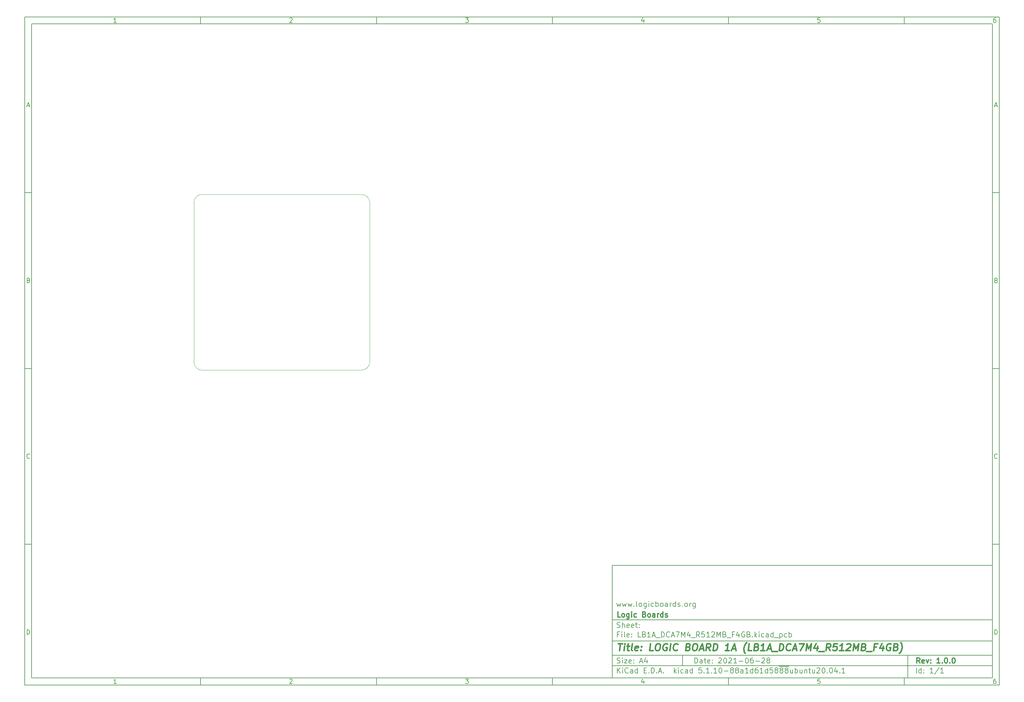
<source format=gbr>
%TF.GenerationSoftware,KiCad,Pcbnew,5.1.10-88a1d61d58~88~ubuntu20.04.1*%
%TF.CreationDate,2021-06-28T11:18:36+05:30*%
%TF.ProjectId,LB1A_DCA7M4_R512MB_F4GB,4c423141-5f44-4434-9137-4d345f523531,1.0.0*%
%TF.SameCoordinates,Original*%
%TF.FileFunction,Profile,NP*%
%FSLAX46Y46*%
G04 Gerber Fmt 4.6, Leading zero omitted, Abs format (unit mm)*
G04 Created by KiCad (PCBNEW 5.1.10-88a1d61d58~88~ubuntu20.04.1) date 2021-06-28 11:18:36*
%MOMM*%
%LPD*%
G01*
G04 APERTURE LIST*
%ADD10C,0.100000*%
%ADD11C,0.150000*%
%ADD12C,0.300000*%
%ADD13C,0.400000*%
%TA.AperFunction,Profile*%
%ADD14C,0.050000*%
%TD*%
G04 APERTURE END LIST*
D10*
D11*
X177002200Y-166007200D02*
X177002200Y-198007200D01*
X285002200Y-198007200D01*
X285002200Y-166007200D01*
X177002200Y-166007200D01*
D10*
D11*
X10000000Y-10000000D02*
X10000000Y-200007200D01*
X287002200Y-200007200D01*
X287002200Y-10000000D01*
X10000000Y-10000000D01*
D10*
D11*
X12000000Y-12000000D02*
X12000000Y-198007200D01*
X285002200Y-198007200D01*
X285002200Y-12000000D01*
X12000000Y-12000000D01*
D10*
D11*
X60000000Y-12000000D02*
X60000000Y-10000000D01*
D10*
D11*
X110000000Y-12000000D02*
X110000000Y-10000000D01*
D10*
D11*
X160000000Y-12000000D02*
X160000000Y-10000000D01*
D10*
D11*
X210000000Y-12000000D02*
X210000000Y-10000000D01*
D10*
D11*
X260000000Y-12000000D02*
X260000000Y-10000000D01*
D10*
D11*
X36065476Y-11588095D02*
X35322619Y-11588095D01*
X35694047Y-11588095D02*
X35694047Y-10288095D01*
X35570238Y-10473809D01*
X35446428Y-10597619D01*
X35322619Y-10659523D01*
D10*
D11*
X85322619Y-10411904D02*
X85384523Y-10350000D01*
X85508333Y-10288095D01*
X85817857Y-10288095D01*
X85941666Y-10350000D01*
X86003571Y-10411904D01*
X86065476Y-10535714D01*
X86065476Y-10659523D01*
X86003571Y-10845238D01*
X85260714Y-11588095D01*
X86065476Y-11588095D01*
D10*
D11*
X135260714Y-10288095D02*
X136065476Y-10288095D01*
X135632142Y-10783333D01*
X135817857Y-10783333D01*
X135941666Y-10845238D01*
X136003571Y-10907142D01*
X136065476Y-11030952D01*
X136065476Y-11340476D01*
X136003571Y-11464285D01*
X135941666Y-11526190D01*
X135817857Y-11588095D01*
X135446428Y-11588095D01*
X135322619Y-11526190D01*
X135260714Y-11464285D01*
D10*
D11*
X185941666Y-10721428D02*
X185941666Y-11588095D01*
X185632142Y-10226190D02*
X185322619Y-11154761D01*
X186127380Y-11154761D01*
D10*
D11*
X236003571Y-10288095D02*
X235384523Y-10288095D01*
X235322619Y-10907142D01*
X235384523Y-10845238D01*
X235508333Y-10783333D01*
X235817857Y-10783333D01*
X235941666Y-10845238D01*
X236003571Y-10907142D01*
X236065476Y-11030952D01*
X236065476Y-11340476D01*
X236003571Y-11464285D01*
X235941666Y-11526190D01*
X235817857Y-11588095D01*
X235508333Y-11588095D01*
X235384523Y-11526190D01*
X235322619Y-11464285D01*
D10*
D11*
X285941666Y-10288095D02*
X285694047Y-10288095D01*
X285570238Y-10350000D01*
X285508333Y-10411904D01*
X285384523Y-10597619D01*
X285322619Y-10845238D01*
X285322619Y-11340476D01*
X285384523Y-11464285D01*
X285446428Y-11526190D01*
X285570238Y-11588095D01*
X285817857Y-11588095D01*
X285941666Y-11526190D01*
X286003571Y-11464285D01*
X286065476Y-11340476D01*
X286065476Y-11030952D01*
X286003571Y-10907142D01*
X285941666Y-10845238D01*
X285817857Y-10783333D01*
X285570238Y-10783333D01*
X285446428Y-10845238D01*
X285384523Y-10907142D01*
X285322619Y-11030952D01*
D10*
D11*
X60000000Y-198007200D02*
X60000000Y-200007200D01*
D10*
D11*
X110000000Y-198007200D02*
X110000000Y-200007200D01*
D10*
D11*
X160000000Y-198007200D02*
X160000000Y-200007200D01*
D10*
D11*
X210000000Y-198007200D02*
X210000000Y-200007200D01*
D10*
D11*
X260000000Y-198007200D02*
X260000000Y-200007200D01*
D10*
D11*
X36065476Y-199595295D02*
X35322619Y-199595295D01*
X35694047Y-199595295D02*
X35694047Y-198295295D01*
X35570238Y-198481009D01*
X35446428Y-198604819D01*
X35322619Y-198666723D01*
D10*
D11*
X85322619Y-198419104D02*
X85384523Y-198357200D01*
X85508333Y-198295295D01*
X85817857Y-198295295D01*
X85941666Y-198357200D01*
X86003571Y-198419104D01*
X86065476Y-198542914D01*
X86065476Y-198666723D01*
X86003571Y-198852438D01*
X85260714Y-199595295D01*
X86065476Y-199595295D01*
D10*
D11*
X135260714Y-198295295D02*
X136065476Y-198295295D01*
X135632142Y-198790533D01*
X135817857Y-198790533D01*
X135941666Y-198852438D01*
X136003571Y-198914342D01*
X136065476Y-199038152D01*
X136065476Y-199347676D01*
X136003571Y-199471485D01*
X135941666Y-199533390D01*
X135817857Y-199595295D01*
X135446428Y-199595295D01*
X135322619Y-199533390D01*
X135260714Y-199471485D01*
D10*
D11*
X185941666Y-198728628D02*
X185941666Y-199595295D01*
X185632142Y-198233390D02*
X185322619Y-199161961D01*
X186127380Y-199161961D01*
D10*
D11*
X236003571Y-198295295D02*
X235384523Y-198295295D01*
X235322619Y-198914342D01*
X235384523Y-198852438D01*
X235508333Y-198790533D01*
X235817857Y-198790533D01*
X235941666Y-198852438D01*
X236003571Y-198914342D01*
X236065476Y-199038152D01*
X236065476Y-199347676D01*
X236003571Y-199471485D01*
X235941666Y-199533390D01*
X235817857Y-199595295D01*
X235508333Y-199595295D01*
X235384523Y-199533390D01*
X235322619Y-199471485D01*
D10*
D11*
X285941666Y-198295295D02*
X285694047Y-198295295D01*
X285570238Y-198357200D01*
X285508333Y-198419104D01*
X285384523Y-198604819D01*
X285322619Y-198852438D01*
X285322619Y-199347676D01*
X285384523Y-199471485D01*
X285446428Y-199533390D01*
X285570238Y-199595295D01*
X285817857Y-199595295D01*
X285941666Y-199533390D01*
X286003571Y-199471485D01*
X286065476Y-199347676D01*
X286065476Y-199038152D01*
X286003571Y-198914342D01*
X285941666Y-198852438D01*
X285817857Y-198790533D01*
X285570238Y-198790533D01*
X285446428Y-198852438D01*
X285384523Y-198914342D01*
X285322619Y-199038152D01*
D10*
D11*
X10000000Y-60000000D02*
X12000000Y-60000000D01*
D10*
D11*
X10000000Y-110000000D02*
X12000000Y-110000000D01*
D10*
D11*
X10000000Y-160000000D02*
X12000000Y-160000000D01*
D10*
D11*
X10690476Y-35216666D02*
X11309523Y-35216666D01*
X10566666Y-35588095D02*
X11000000Y-34288095D01*
X11433333Y-35588095D01*
D10*
D11*
X11092857Y-84907142D02*
X11278571Y-84969047D01*
X11340476Y-85030952D01*
X11402380Y-85154761D01*
X11402380Y-85340476D01*
X11340476Y-85464285D01*
X11278571Y-85526190D01*
X11154761Y-85588095D01*
X10659523Y-85588095D01*
X10659523Y-84288095D01*
X11092857Y-84288095D01*
X11216666Y-84350000D01*
X11278571Y-84411904D01*
X11340476Y-84535714D01*
X11340476Y-84659523D01*
X11278571Y-84783333D01*
X11216666Y-84845238D01*
X11092857Y-84907142D01*
X10659523Y-84907142D01*
D10*
D11*
X11402380Y-135464285D02*
X11340476Y-135526190D01*
X11154761Y-135588095D01*
X11030952Y-135588095D01*
X10845238Y-135526190D01*
X10721428Y-135402380D01*
X10659523Y-135278571D01*
X10597619Y-135030952D01*
X10597619Y-134845238D01*
X10659523Y-134597619D01*
X10721428Y-134473809D01*
X10845238Y-134350000D01*
X11030952Y-134288095D01*
X11154761Y-134288095D01*
X11340476Y-134350000D01*
X11402380Y-134411904D01*
D10*
D11*
X10659523Y-185588095D02*
X10659523Y-184288095D01*
X10969047Y-184288095D01*
X11154761Y-184350000D01*
X11278571Y-184473809D01*
X11340476Y-184597619D01*
X11402380Y-184845238D01*
X11402380Y-185030952D01*
X11340476Y-185278571D01*
X11278571Y-185402380D01*
X11154761Y-185526190D01*
X10969047Y-185588095D01*
X10659523Y-185588095D01*
D10*
D11*
X287002200Y-60000000D02*
X285002200Y-60000000D01*
D10*
D11*
X287002200Y-110000000D02*
X285002200Y-110000000D01*
D10*
D11*
X287002200Y-160000000D02*
X285002200Y-160000000D01*
D10*
D11*
X285692676Y-35216666D02*
X286311723Y-35216666D01*
X285568866Y-35588095D02*
X286002200Y-34288095D01*
X286435533Y-35588095D01*
D10*
D11*
X286095057Y-84907142D02*
X286280771Y-84969047D01*
X286342676Y-85030952D01*
X286404580Y-85154761D01*
X286404580Y-85340476D01*
X286342676Y-85464285D01*
X286280771Y-85526190D01*
X286156961Y-85588095D01*
X285661723Y-85588095D01*
X285661723Y-84288095D01*
X286095057Y-84288095D01*
X286218866Y-84350000D01*
X286280771Y-84411904D01*
X286342676Y-84535714D01*
X286342676Y-84659523D01*
X286280771Y-84783333D01*
X286218866Y-84845238D01*
X286095057Y-84907142D01*
X285661723Y-84907142D01*
D10*
D11*
X286404580Y-135464285D02*
X286342676Y-135526190D01*
X286156961Y-135588095D01*
X286033152Y-135588095D01*
X285847438Y-135526190D01*
X285723628Y-135402380D01*
X285661723Y-135278571D01*
X285599819Y-135030952D01*
X285599819Y-134845238D01*
X285661723Y-134597619D01*
X285723628Y-134473809D01*
X285847438Y-134350000D01*
X286033152Y-134288095D01*
X286156961Y-134288095D01*
X286342676Y-134350000D01*
X286404580Y-134411904D01*
D10*
D11*
X285661723Y-185588095D02*
X285661723Y-184288095D01*
X285971247Y-184288095D01*
X286156961Y-184350000D01*
X286280771Y-184473809D01*
X286342676Y-184597619D01*
X286404580Y-184845238D01*
X286404580Y-185030952D01*
X286342676Y-185278571D01*
X286280771Y-185402380D01*
X286156961Y-185526190D01*
X285971247Y-185588095D01*
X285661723Y-185588095D01*
D10*
D11*
X200434342Y-193785771D02*
X200434342Y-192285771D01*
X200791485Y-192285771D01*
X201005771Y-192357200D01*
X201148628Y-192500057D01*
X201220057Y-192642914D01*
X201291485Y-192928628D01*
X201291485Y-193142914D01*
X201220057Y-193428628D01*
X201148628Y-193571485D01*
X201005771Y-193714342D01*
X200791485Y-193785771D01*
X200434342Y-193785771D01*
X202577200Y-193785771D02*
X202577200Y-193000057D01*
X202505771Y-192857200D01*
X202362914Y-192785771D01*
X202077200Y-192785771D01*
X201934342Y-192857200D01*
X202577200Y-193714342D02*
X202434342Y-193785771D01*
X202077200Y-193785771D01*
X201934342Y-193714342D01*
X201862914Y-193571485D01*
X201862914Y-193428628D01*
X201934342Y-193285771D01*
X202077200Y-193214342D01*
X202434342Y-193214342D01*
X202577200Y-193142914D01*
X203077200Y-192785771D02*
X203648628Y-192785771D01*
X203291485Y-192285771D02*
X203291485Y-193571485D01*
X203362914Y-193714342D01*
X203505771Y-193785771D01*
X203648628Y-193785771D01*
X204720057Y-193714342D02*
X204577200Y-193785771D01*
X204291485Y-193785771D01*
X204148628Y-193714342D01*
X204077200Y-193571485D01*
X204077200Y-193000057D01*
X204148628Y-192857200D01*
X204291485Y-192785771D01*
X204577200Y-192785771D01*
X204720057Y-192857200D01*
X204791485Y-193000057D01*
X204791485Y-193142914D01*
X204077200Y-193285771D01*
X205434342Y-193642914D02*
X205505771Y-193714342D01*
X205434342Y-193785771D01*
X205362914Y-193714342D01*
X205434342Y-193642914D01*
X205434342Y-193785771D01*
X205434342Y-192857200D02*
X205505771Y-192928628D01*
X205434342Y-193000057D01*
X205362914Y-192928628D01*
X205434342Y-192857200D01*
X205434342Y-193000057D01*
X207220057Y-192428628D02*
X207291485Y-192357200D01*
X207434342Y-192285771D01*
X207791485Y-192285771D01*
X207934342Y-192357200D01*
X208005771Y-192428628D01*
X208077200Y-192571485D01*
X208077200Y-192714342D01*
X208005771Y-192928628D01*
X207148628Y-193785771D01*
X208077200Y-193785771D01*
X209005771Y-192285771D02*
X209148628Y-192285771D01*
X209291485Y-192357200D01*
X209362914Y-192428628D01*
X209434342Y-192571485D01*
X209505771Y-192857200D01*
X209505771Y-193214342D01*
X209434342Y-193500057D01*
X209362914Y-193642914D01*
X209291485Y-193714342D01*
X209148628Y-193785771D01*
X209005771Y-193785771D01*
X208862914Y-193714342D01*
X208791485Y-193642914D01*
X208720057Y-193500057D01*
X208648628Y-193214342D01*
X208648628Y-192857200D01*
X208720057Y-192571485D01*
X208791485Y-192428628D01*
X208862914Y-192357200D01*
X209005771Y-192285771D01*
X210077200Y-192428628D02*
X210148628Y-192357200D01*
X210291485Y-192285771D01*
X210648628Y-192285771D01*
X210791485Y-192357200D01*
X210862914Y-192428628D01*
X210934342Y-192571485D01*
X210934342Y-192714342D01*
X210862914Y-192928628D01*
X210005771Y-193785771D01*
X210934342Y-193785771D01*
X212362914Y-193785771D02*
X211505771Y-193785771D01*
X211934342Y-193785771D02*
X211934342Y-192285771D01*
X211791485Y-192500057D01*
X211648628Y-192642914D01*
X211505771Y-192714342D01*
X213005771Y-193214342D02*
X214148628Y-193214342D01*
X215148628Y-192285771D02*
X215291485Y-192285771D01*
X215434342Y-192357200D01*
X215505771Y-192428628D01*
X215577200Y-192571485D01*
X215648628Y-192857200D01*
X215648628Y-193214342D01*
X215577200Y-193500057D01*
X215505771Y-193642914D01*
X215434342Y-193714342D01*
X215291485Y-193785771D01*
X215148628Y-193785771D01*
X215005771Y-193714342D01*
X214934342Y-193642914D01*
X214862914Y-193500057D01*
X214791485Y-193214342D01*
X214791485Y-192857200D01*
X214862914Y-192571485D01*
X214934342Y-192428628D01*
X215005771Y-192357200D01*
X215148628Y-192285771D01*
X216934342Y-192285771D02*
X216648628Y-192285771D01*
X216505771Y-192357200D01*
X216434342Y-192428628D01*
X216291485Y-192642914D01*
X216220057Y-192928628D01*
X216220057Y-193500057D01*
X216291485Y-193642914D01*
X216362914Y-193714342D01*
X216505771Y-193785771D01*
X216791485Y-193785771D01*
X216934342Y-193714342D01*
X217005771Y-193642914D01*
X217077200Y-193500057D01*
X217077200Y-193142914D01*
X217005771Y-193000057D01*
X216934342Y-192928628D01*
X216791485Y-192857200D01*
X216505771Y-192857200D01*
X216362914Y-192928628D01*
X216291485Y-193000057D01*
X216220057Y-193142914D01*
X217720057Y-193214342D02*
X218862914Y-193214342D01*
X219505771Y-192428628D02*
X219577200Y-192357200D01*
X219720057Y-192285771D01*
X220077200Y-192285771D01*
X220220057Y-192357200D01*
X220291485Y-192428628D01*
X220362914Y-192571485D01*
X220362914Y-192714342D01*
X220291485Y-192928628D01*
X219434342Y-193785771D01*
X220362914Y-193785771D01*
X221220057Y-192928628D02*
X221077200Y-192857200D01*
X221005771Y-192785771D01*
X220934342Y-192642914D01*
X220934342Y-192571485D01*
X221005771Y-192428628D01*
X221077200Y-192357200D01*
X221220057Y-192285771D01*
X221505771Y-192285771D01*
X221648628Y-192357200D01*
X221720057Y-192428628D01*
X221791485Y-192571485D01*
X221791485Y-192642914D01*
X221720057Y-192785771D01*
X221648628Y-192857200D01*
X221505771Y-192928628D01*
X221220057Y-192928628D01*
X221077200Y-193000057D01*
X221005771Y-193071485D01*
X220934342Y-193214342D01*
X220934342Y-193500057D01*
X221005771Y-193642914D01*
X221077200Y-193714342D01*
X221220057Y-193785771D01*
X221505771Y-193785771D01*
X221648628Y-193714342D01*
X221720057Y-193642914D01*
X221791485Y-193500057D01*
X221791485Y-193214342D01*
X221720057Y-193071485D01*
X221648628Y-193000057D01*
X221505771Y-192928628D01*
D10*
D11*
X177002200Y-194507200D02*
X285002200Y-194507200D01*
D10*
D11*
X178434342Y-196585771D02*
X178434342Y-195085771D01*
X179291485Y-196585771D02*
X178648628Y-195728628D01*
X179291485Y-195085771D02*
X178434342Y-195942914D01*
X179934342Y-196585771D02*
X179934342Y-195585771D01*
X179934342Y-195085771D02*
X179862914Y-195157200D01*
X179934342Y-195228628D01*
X180005771Y-195157200D01*
X179934342Y-195085771D01*
X179934342Y-195228628D01*
X181505771Y-196442914D02*
X181434342Y-196514342D01*
X181220057Y-196585771D01*
X181077200Y-196585771D01*
X180862914Y-196514342D01*
X180720057Y-196371485D01*
X180648628Y-196228628D01*
X180577200Y-195942914D01*
X180577200Y-195728628D01*
X180648628Y-195442914D01*
X180720057Y-195300057D01*
X180862914Y-195157200D01*
X181077200Y-195085771D01*
X181220057Y-195085771D01*
X181434342Y-195157200D01*
X181505771Y-195228628D01*
X182791485Y-196585771D02*
X182791485Y-195800057D01*
X182720057Y-195657200D01*
X182577200Y-195585771D01*
X182291485Y-195585771D01*
X182148628Y-195657200D01*
X182791485Y-196514342D02*
X182648628Y-196585771D01*
X182291485Y-196585771D01*
X182148628Y-196514342D01*
X182077200Y-196371485D01*
X182077200Y-196228628D01*
X182148628Y-196085771D01*
X182291485Y-196014342D01*
X182648628Y-196014342D01*
X182791485Y-195942914D01*
X184148628Y-196585771D02*
X184148628Y-195085771D01*
X184148628Y-196514342D02*
X184005771Y-196585771D01*
X183720057Y-196585771D01*
X183577200Y-196514342D01*
X183505771Y-196442914D01*
X183434342Y-196300057D01*
X183434342Y-195871485D01*
X183505771Y-195728628D01*
X183577200Y-195657200D01*
X183720057Y-195585771D01*
X184005771Y-195585771D01*
X184148628Y-195657200D01*
X186005771Y-195800057D02*
X186505771Y-195800057D01*
X186720057Y-196585771D02*
X186005771Y-196585771D01*
X186005771Y-195085771D01*
X186720057Y-195085771D01*
X187362914Y-196442914D02*
X187434342Y-196514342D01*
X187362914Y-196585771D01*
X187291485Y-196514342D01*
X187362914Y-196442914D01*
X187362914Y-196585771D01*
X188077200Y-196585771D02*
X188077200Y-195085771D01*
X188434342Y-195085771D01*
X188648628Y-195157200D01*
X188791485Y-195300057D01*
X188862914Y-195442914D01*
X188934342Y-195728628D01*
X188934342Y-195942914D01*
X188862914Y-196228628D01*
X188791485Y-196371485D01*
X188648628Y-196514342D01*
X188434342Y-196585771D01*
X188077200Y-196585771D01*
X189577200Y-196442914D02*
X189648628Y-196514342D01*
X189577200Y-196585771D01*
X189505771Y-196514342D01*
X189577200Y-196442914D01*
X189577200Y-196585771D01*
X190220057Y-196157200D02*
X190934342Y-196157200D01*
X190077200Y-196585771D02*
X190577200Y-195085771D01*
X191077200Y-196585771D01*
X191577200Y-196442914D02*
X191648628Y-196514342D01*
X191577200Y-196585771D01*
X191505771Y-196514342D01*
X191577200Y-196442914D01*
X191577200Y-196585771D01*
X194577200Y-196585771D02*
X194577200Y-195085771D01*
X194720057Y-196014342D02*
X195148628Y-196585771D01*
X195148628Y-195585771D02*
X194577200Y-196157200D01*
X195791485Y-196585771D02*
X195791485Y-195585771D01*
X195791485Y-195085771D02*
X195720057Y-195157200D01*
X195791485Y-195228628D01*
X195862914Y-195157200D01*
X195791485Y-195085771D01*
X195791485Y-195228628D01*
X197148628Y-196514342D02*
X197005771Y-196585771D01*
X196720057Y-196585771D01*
X196577200Y-196514342D01*
X196505771Y-196442914D01*
X196434342Y-196300057D01*
X196434342Y-195871485D01*
X196505771Y-195728628D01*
X196577200Y-195657200D01*
X196720057Y-195585771D01*
X197005771Y-195585771D01*
X197148628Y-195657200D01*
X198434342Y-196585771D02*
X198434342Y-195800057D01*
X198362914Y-195657200D01*
X198220057Y-195585771D01*
X197934342Y-195585771D01*
X197791485Y-195657200D01*
X198434342Y-196514342D02*
X198291485Y-196585771D01*
X197934342Y-196585771D01*
X197791485Y-196514342D01*
X197720057Y-196371485D01*
X197720057Y-196228628D01*
X197791485Y-196085771D01*
X197934342Y-196014342D01*
X198291485Y-196014342D01*
X198434342Y-195942914D01*
X199791485Y-196585771D02*
X199791485Y-195085771D01*
X199791485Y-196514342D02*
X199648628Y-196585771D01*
X199362914Y-196585771D01*
X199220057Y-196514342D01*
X199148628Y-196442914D01*
X199077200Y-196300057D01*
X199077200Y-195871485D01*
X199148628Y-195728628D01*
X199220057Y-195657200D01*
X199362914Y-195585771D01*
X199648628Y-195585771D01*
X199791485Y-195657200D01*
X202362914Y-195085771D02*
X201648628Y-195085771D01*
X201577200Y-195800057D01*
X201648628Y-195728628D01*
X201791485Y-195657200D01*
X202148628Y-195657200D01*
X202291485Y-195728628D01*
X202362914Y-195800057D01*
X202434342Y-195942914D01*
X202434342Y-196300057D01*
X202362914Y-196442914D01*
X202291485Y-196514342D01*
X202148628Y-196585771D01*
X201791485Y-196585771D01*
X201648628Y-196514342D01*
X201577200Y-196442914D01*
X203077200Y-196442914D02*
X203148628Y-196514342D01*
X203077200Y-196585771D01*
X203005771Y-196514342D01*
X203077200Y-196442914D01*
X203077200Y-196585771D01*
X204577200Y-196585771D02*
X203720057Y-196585771D01*
X204148628Y-196585771D02*
X204148628Y-195085771D01*
X204005771Y-195300057D01*
X203862914Y-195442914D01*
X203720057Y-195514342D01*
X205220057Y-196442914D02*
X205291485Y-196514342D01*
X205220057Y-196585771D01*
X205148628Y-196514342D01*
X205220057Y-196442914D01*
X205220057Y-196585771D01*
X206720057Y-196585771D02*
X205862914Y-196585771D01*
X206291485Y-196585771D02*
X206291485Y-195085771D01*
X206148628Y-195300057D01*
X206005771Y-195442914D01*
X205862914Y-195514342D01*
X207648628Y-195085771D02*
X207791485Y-195085771D01*
X207934342Y-195157200D01*
X208005771Y-195228628D01*
X208077200Y-195371485D01*
X208148628Y-195657200D01*
X208148628Y-196014342D01*
X208077200Y-196300057D01*
X208005771Y-196442914D01*
X207934342Y-196514342D01*
X207791485Y-196585771D01*
X207648628Y-196585771D01*
X207505771Y-196514342D01*
X207434342Y-196442914D01*
X207362914Y-196300057D01*
X207291485Y-196014342D01*
X207291485Y-195657200D01*
X207362914Y-195371485D01*
X207434342Y-195228628D01*
X207505771Y-195157200D01*
X207648628Y-195085771D01*
X208791485Y-196014342D02*
X209934342Y-196014342D01*
X210862914Y-195728628D02*
X210720057Y-195657200D01*
X210648628Y-195585771D01*
X210577200Y-195442914D01*
X210577200Y-195371485D01*
X210648628Y-195228628D01*
X210720057Y-195157200D01*
X210862914Y-195085771D01*
X211148628Y-195085771D01*
X211291485Y-195157200D01*
X211362914Y-195228628D01*
X211434342Y-195371485D01*
X211434342Y-195442914D01*
X211362914Y-195585771D01*
X211291485Y-195657200D01*
X211148628Y-195728628D01*
X210862914Y-195728628D01*
X210720057Y-195800057D01*
X210648628Y-195871485D01*
X210577200Y-196014342D01*
X210577200Y-196300057D01*
X210648628Y-196442914D01*
X210720057Y-196514342D01*
X210862914Y-196585771D01*
X211148628Y-196585771D01*
X211291485Y-196514342D01*
X211362914Y-196442914D01*
X211434342Y-196300057D01*
X211434342Y-196014342D01*
X211362914Y-195871485D01*
X211291485Y-195800057D01*
X211148628Y-195728628D01*
X212291485Y-195728628D02*
X212148628Y-195657200D01*
X212077200Y-195585771D01*
X212005771Y-195442914D01*
X212005771Y-195371485D01*
X212077200Y-195228628D01*
X212148628Y-195157200D01*
X212291485Y-195085771D01*
X212577200Y-195085771D01*
X212720057Y-195157200D01*
X212791485Y-195228628D01*
X212862914Y-195371485D01*
X212862914Y-195442914D01*
X212791485Y-195585771D01*
X212720057Y-195657200D01*
X212577200Y-195728628D01*
X212291485Y-195728628D01*
X212148628Y-195800057D01*
X212077200Y-195871485D01*
X212005771Y-196014342D01*
X212005771Y-196300057D01*
X212077200Y-196442914D01*
X212148628Y-196514342D01*
X212291485Y-196585771D01*
X212577200Y-196585771D01*
X212720057Y-196514342D01*
X212791485Y-196442914D01*
X212862914Y-196300057D01*
X212862914Y-196014342D01*
X212791485Y-195871485D01*
X212720057Y-195800057D01*
X212577200Y-195728628D01*
X214148628Y-196585771D02*
X214148628Y-195800057D01*
X214077200Y-195657200D01*
X213934342Y-195585771D01*
X213648628Y-195585771D01*
X213505771Y-195657200D01*
X214148628Y-196514342D02*
X214005771Y-196585771D01*
X213648628Y-196585771D01*
X213505771Y-196514342D01*
X213434342Y-196371485D01*
X213434342Y-196228628D01*
X213505771Y-196085771D01*
X213648628Y-196014342D01*
X214005771Y-196014342D01*
X214148628Y-195942914D01*
X215648628Y-196585771D02*
X214791485Y-196585771D01*
X215220057Y-196585771D02*
X215220057Y-195085771D01*
X215077200Y-195300057D01*
X214934342Y-195442914D01*
X214791485Y-195514342D01*
X216934342Y-196585771D02*
X216934342Y-195085771D01*
X216934342Y-196514342D02*
X216791485Y-196585771D01*
X216505771Y-196585771D01*
X216362914Y-196514342D01*
X216291485Y-196442914D01*
X216220057Y-196300057D01*
X216220057Y-195871485D01*
X216291485Y-195728628D01*
X216362914Y-195657200D01*
X216505771Y-195585771D01*
X216791485Y-195585771D01*
X216934342Y-195657200D01*
X218291485Y-195085771D02*
X218005771Y-195085771D01*
X217862914Y-195157200D01*
X217791485Y-195228628D01*
X217648628Y-195442914D01*
X217577200Y-195728628D01*
X217577200Y-196300057D01*
X217648628Y-196442914D01*
X217720057Y-196514342D01*
X217862914Y-196585771D01*
X218148628Y-196585771D01*
X218291485Y-196514342D01*
X218362914Y-196442914D01*
X218434342Y-196300057D01*
X218434342Y-195942914D01*
X218362914Y-195800057D01*
X218291485Y-195728628D01*
X218148628Y-195657200D01*
X217862914Y-195657200D01*
X217720057Y-195728628D01*
X217648628Y-195800057D01*
X217577200Y-195942914D01*
X219862914Y-196585771D02*
X219005771Y-196585771D01*
X219434342Y-196585771D02*
X219434342Y-195085771D01*
X219291485Y-195300057D01*
X219148628Y-195442914D01*
X219005771Y-195514342D01*
X221148628Y-196585771D02*
X221148628Y-195085771D01*
X221148628Y-196514342D02*
X221005771Y-196585771D01*
X220720057Y-196585771D01*
X220577200Y-196514342D01*
X220505771Y-196442914D01*
X220434342Y-196300057D01*
X220434342Y-195871485D01*
X220505771Y-195728628D01*
X220577200Y-195657200D01*
X220720057Y-195585771D01*
X221005771Y-195585771D01*
X221148628Y-195657200D01*
X222577200Y-195085771D02*
X221862914Y-195085771D01*
X221791485Y-195800057D01*
X221862914Y-195728628D01*
X222005771Y-195657200D01*
X222362914Y-195657200D01*
X222505771Y-195728628D01*
X222577200Y-195800057D01*
X222648628Y-195942914D01*
X222648628Y-196300057D01*
X222577200Y-196442914D01*
X222505771Y-196514342D01*
X222362914Y-196585771D01*
X222005771Y-196585771D01*
X221862914Y-196514342D01*
X221791485Y-196442914D01*
X223505771Y-195728628D02*
X223362914Y-195657200D01*
X223291485Y-195585771D01*
X223220057Y-195442914D01*
X223220057Y-195371485D01*
X223291485Y-195228628D01*
X223362914Y-195157200D01*
X223505771Y-195085771D01*
X223791485Y-195085771D01*
X223934342Y-195157200D01*
X224005771Y-195228628D01*
X224077200Y-195371485D01*
X224077200Y-195442914D01*
X224005771Y-195585771D01*
X223934342Y-195657200D01*
X223791485Y-195728628D01*
X223505771Y-195728628D01*
X223362914Y-195800057D01*
X223291485Y-195871485D01*
X223220057Y-196014342D01*
X223220057Y-196300057D01*
X223291485Y-196442914D01*
X223362914Y-196514342D01*
X223505771Y-196585771D01*
X223791485Y-196585771D01*
X223934342Y-196514342D01*
X224005771Y-196442914D01*
X224077200Y-196300057D01*
X224077200Y-196014342D01*
X224005771Y-195871485D01*
X223934342Y-195800057D01*
X223791485Y-195728628D01*
X224362914Y-194677200D02*
X225791485Y-194677200D01*
X224934342Y-195728628D02*
X224791485Y-195657200D01*
X224720057Y-195585771D01*
X224648628Y-195442914D01*
X224648628Y-195371485D01*
X224720057Y-195228628D01*
X224791485Y-195157200D01*
X224934342Y-195085771D01*
X225220057Y-195085771D01*
X225362914Y-195157200D01*
X225434342Y-195228628D01*
X225505771Y-195371485D01*
X225505771Y-195442914D01*
X225434342Y-195585771D01*
X225362914Y-195657200D01*
X225220057Y-195728628D01*
X224934342Y-195728628D01*
X224791485Y-195800057D01*
X224720057Y-195871485D01*
X224648628Y-196014342D01*
X224648628Y-196300057D01*
X224720057Y-196442914D01*
X224791485Y-196514342D01*
X224934342Y-196585771D01*
X225220057Y-196585771D01*
X225362914Y-196514342D01*
X225434342Y-196442914D01*
X225505771Y-196300057D01*
X225505771Y-196014342D01*
X225434342Y-195871485D01*
X225362914Y-195800057D01*
X225220057Y-195728628D01*
X225791485Y-194677200D02*
X227220057Y-194677200D01*
X226362914Y-195728628D02*
X226220057Y-195657200D01*
X226148628Y-195585771D01*
X226077199Y-195442914D01*
X226077199Y-195371485D01*
X226148628Y-195228628D01*
X226220057Y-195157200D01*
X226362914Y-195085771D01*
X226648628Y-195085771D01*
X226791485Y-195157200D01*
X226862914Y-195228628D01*
X226934342Y-195371485D01*
X226934342Y-195442914D01*
X226862914Y-195585771D01*
X226791485Y-195657200D01*
X226648628Y-195728628D01*
X226362914Y-195728628D01*
X226220057Y-195800057D01*
X226148628Y-195871485D01*
X226077199Y-196014342D01*
X226077199Y-196300057D01*
X226148628Y-196442914D01*
X226220057Y-196514342D01*
X226362914Y-196585771D01*
X226648628Y-196585771D01*
X226791485Y-196514342D01*
X226862914Y-196442914D01*
X226934342Y-196300057D01*
X226934342Y-196014342D01*
X226862914Y-195871485D01*
X226791485Y-195800057D01*
X226648628Y-195728628D01*
X228220057Y-195585771D02*
X228220057Y-196585771D01*
X227577199Y-195585771D02*
X227577199Y-196371485D01*
X227648628Y-196514342D01*
X227791485Y-196585771D01*
X228005771Y-196585771D01*
X228148628Y-196514342D01*
X228220057Y-196442914D01*
X228934342Y-196585771D02*
X228934342Y-195085771D01*
X228934342Y-195657200D02*
X229077199Y-195585771D01*
X229362914Y-195585771D01*
X229505771Y-195657200D01*
X229577199Y-195728628D01*
X229648628Y-195871485D01*
X229648628Y-196300057D01*
X229577199Y-196442914D01*
X229505771Y-196514342D01*
X229362914Y-196585771D01*
X229077199Y-196585771D01*
X228934342Y-196514342D01*
X230934342Y-195585771D02*
X230934342Y-196585771D01*
X230291485Y-195585771D02*
X230291485Y-196371485D01*
X230362914Y-196514342D01*
X230505771Y-196585771D01*
X230720057Y-196585771D01*
X230862914Y-196514342D01*
X230934342Y-196442914D01*
X231648628Y-195585771D02*
X231648628Y-196585771D01*
X231648628Y-195728628D02*
X231720057Y-195657200D01*
X231862914Y-195585771D01*
X232077199Y-195585771D01*
X232220057Y-195657200D01*
X232291485Y-195800057D01*
X232291485Y-196585771D01*
X232791485Y-195585771D02*
X233362914Y-195585771D01*
X233005771Y-195085771D02*
X233005771Y-196371485D01*
X233077199Y-196514342D01*
X233220057Y-196585771D01*
X233362914Y-196585771D01*
X234505771Y-195585771D02*
X234505771Y-196585771D01*
X233862914Y-195585771D02*
X233862914Y-196371485D01*
X233934342Y-196514342D01*
X234077200Y-196585771D01*
X234291485Y-196585771D01*
X234434342Y-196514342D01*
X234505771Y-196442914D01*
X235148628Y-195228628D02*
X235220057Y-195157200D01*
X235362914Y-195085771D01*
X235720057Y-195085771D01*
X235862914Y-195157200D01*
X235934342Y-195228628D01*
X236005771Y-195371485D01*
X236005771Y-195514342D01*
X235934342Y-195728628D01*
X235077200Y-196585771D01*
X236005771Y-196585771D01*
X236934342Y-195085771D02*
X237077199Y-195085771D01*
X237220057Y-195157200D01*
X237291485Y-195228628D01*
X237362914Y-195371485D01*
X237434342Y-195657200D01*
X237434342Y-196014342D01*
X237362914Y-196300057D01*
X237291485Y-196442914D01*
X237220057Y-196514342D01*
X237077199Y-196585771D01*
X236934342Y-196585771D01*
X236791485Y-196514342D01*
X236720057Y-196442914D01*
X236648628Y-196300057D01*
X236577199Y-196014342D01*
X236577199Y-195657200D01*
X236648628Y-195371485D01*
X236720057Y-195228628D01*
X236791485Y-195157200D01*
X236934342Y-195085771D01*
X238077199Y-196442914D02*
X238148628Y-196514342D01*
X238077199Y-196585771D01*
X238005771Y-196514342D01*
X238077199Y-196442914D01*
X238077199Y-196585771D01*
X239077199Y-195085771D02*
X239220057Y-195085771D01*
X239362914Y-195157200D01*
X239434342Y-195228628D01*
X239505771Y-195371485D01*
X239577199Y-195657200D01*
X239577199Y-196014342D01*
X239505771Y-196300057D01*
X239434342Y-196442914D01*
X239362914Y-196514342D01*
X239220057Y-196585771D01*
X239077199Y-196585771D01*
X238934342Y-196514342D01*
X238862914Y-196442914D01*
X238791485Y-196300057D01*
X238720057Y-196014342D01*
X238720057Y-195657200D01*
X238791485Y-195371485D01*
X238862914Y-195228628D01*
X238934342Y-195157200D01*
X239077199Y-195085771D01*
X240862914Y-195585771D02*
X240862914Y-196585771D01*
X240505771Y-195014342D02*
X240148628Y-196085771D01*
X241077199Y-196085771D01*
X241648628Y-196442914D02*
X241720057Y-196514342D01*
X241648628Y-196585771D01*
X241577199Y-196514342D01*
X241648628Y-196442914D01*
X241648628Y-196585771D01*
X243148628Y-196585771D02*
X242291485Y-196585771D01*
X242720057Y-196585771D02*
X242720057Y-195085771D01*
X242577199Y-195300057D01*
X242434342Y-195442914D01*
X242291485Y-195514342D01*
D10*
D11*
X177002200Y-191507200D02*
X285002200Y-191507200D01*
D10*
D12*
X264411485Y-193785771D02*
X263911485Y-193071485D01*
X263554342Y-193785771D02*
X263554342Y-192285771D01*
X264125771Y-192285771D01*
X264268628Y-192357200D01*
X264340057Y-192428628D01*
X264411485Y-192571485D01*
X264411485Y-192785771D01*
X264340057Y-192928628D01*
X264268628Y-193000057D01*
X264125771Y-193071485D01*
X263554342Y-193071485D01*
X265625771Y-193714342D02*
X265482914Y-193785771D01*
X265197200Y-193785771D01*
X265054342Y-193714342D01*
X264982914Y-193571485D01*
X264982914Y-193000057D01*
X265054342Y-192857200D01*
X265197200Y-192785771D01*
X265482914Y-192785771D01*
X265625771Y-192857200D01*
X265697200Y-193000057D01*
X265697200Y-193142914D01*
X264982914Y-193285771D01*
X266197200Y-192785771D02*
X266554342Y-193785771D01*
X266911485Y-192785771D01*
X267482914Y-193642914D02*
X267554342Y-193714342D01*
X267482914Y-193785771D01*
X267411485Y-193714342D01*
X267482914Y-193642914D01*
X267482914Y-193785771D01*
X267482914Y-192857200D02*
X267554342Y-192928628D01*
X267482914Y-193000057D01*
X267411485Y-192928628D01*
X267482914Y-192857200D01*
X267482914Y-193000057D01*
X270125771Y-193785771D02*
X269268628Y-193785771D01*
X269697200Y-193785771D02*
X269697200Y-192285771D01*
X269554342Y-192500057D01*
X269411485Y-192642914D01*
X269268628Y-192714342D01*
X270768628Y-193642914D02*
X270840057Y-193714342D01*
X270768628Y-193785771D01*
X270697200Y-193714342D01*
X270768628Y-193642914D01*
X270768628Y-193785771D01*
X271768628Y-192285771D02*
X271911485Y-192285771D01*
X272054342Y-192357200D01*
X272125771Y-192428628D01*
X272197200Y-192571485D01*
X272268628Y-192857200D01*
X272268628Y-193214342D01*
X272197200Y-193500057D01*
X272125771Y-193642914D01*
X272054342Y-193714342D01*
X271911485Y-193785771D01*
X271768628Y-193785771D01*
X271625771Y-193714342D01*
X271554342Y-193642914D01*
X271482914Y-193500057D01*
X271411485Y-193214342D01*
X271411485Y-192857200D01*
X271482914Y-192571485D01*
X271554342Y-192428628D01*
X271625771Y-192357200D01*
X271768628Y-192285771D01*
X272911485Y-193642914D02*
X272982914Y-193714342D01*
X272911485Y-193785771D01*
X272840057Y-193714342D01*
X272911485Y-193642914D01*
X272911485Y-193785771D01*
X273911485Y-192285771D02*
X274054342Y-192285771D01*
X274197200Y-192357200D01*
X274268628Y-192428628D01*
X274340057Y-192571485D01*
X274411485Y-192857200D01*
X274411485Y-193214342D01*
X274340057Y-193500057D01*
X274268628Y-193642914D01*
X274197200Y-193714342D01*
X274054342Y-193785771D01*
X273911485Y-193785771D01*
X273768628Y-193714342D01*
X273697200Y-193642914D01*
X273625771Y-193500057D01*
X273554342Y-193214342D01*
X273554342Y-192857200D01*
X273625771Y-192571485D01*
X273697200Y-192428628D01*
X273768628Y-192357200D01*
X273911485Y-192285771D01*
D10*
D11*
X178362914Y-193714342D02*
X178577200Y-193785771D01*
X178934342Y-193785771D01*
X179077200Y-193714342D01*
X179148628Y-193642914D01*
X179220057Y-193500057D01*
X179220057Y-193357200D01*
X179148628Y-193214342D01*
X179077200Y-193142914D01*
X178934342Y-193071485D01*
X178648628Y-193000057D01*
X178505771Y-192928628D01*
X178434342Y-192857200D01*
X178362914Y-192714342D01*
X178362914Y-192571485D01*
X178434342Y-192428628D01*
X178505771Y-192357200D01*
X178648628Y-192285771D01*
X179005771Y-192285771D01*
X179220057Y-192357200D01*
X179862914Y-193785771D02*
X179862914Y-192785771D01*
X179862914Y-192285771D02*
X179791485Y-192357200D01*
X179862914Y-192428628D01*
X179934342Y-192357200D01*
X179862914Y-192285771D01*
X179862914Y-192428628D01*
X180434342Y-192785771D02*
X181220057Y-192785771D01*
X180434342Y-193785771D01*
X181220057Y-193785771D01*
X182362914Y-193714342D02*
X182220057Y-193785771D01*
X181934342Y-193785771D01*
X181791485Y-193714342D01*
X181720057Y-193571485D01*
X181720057Y-193000057D01*
X181791485Y-192857200D01*
X181934342Y-192785771D01*
X182220057Y-192785771D01*
X182362914Y-192857200D01*
X182434342Y-193000057D01*
X182434342Y-193142914D01*
X181720057Y-193285771D01*
X183077200Y-193642914D02*
X183148628Y-193714342D01*
X183077200Y-193785771D01*
X183005771Y-193714342D01*
X183077200Y-193642914D01*
X183077200Y-193785771D01*
X183077200Y-192857200D02*
X183148628Y-192928628D01*
X183077200Y-193000057D01*
X183005771Y-192928628D01*
X183077200Y-192857200D01*
X183077200Y-193000057D01*
X184862914Y-193357200D02*
X185577200Y-193357200D01*
X184720057Y-193785771D02*
X185220057Y-192285771D01*
X185720057Y-193785771D01*
X186862914Y-192785771D02*
X186862914Y-193785771D01*
X186505771Y-192214342D02*
X186148628Y-193285771D01*
X187077200Y-193285771D01*
D10*
D11*
X263434342Y-196585771D02*
X263434342Y-195085771D01*
X264791485Y-196585771D02*
X264791485Y-195085771D01*
X264791485Y-196514342D02*
X264648628Y-196585771D01*
X264362914Y-196585771D01*
X264220057Y-196514342D01*
X264148628Y-196442914D01*
X264077200Y-196300057D01*
X264077200Y-195871485D01*
X264148628Y-195728628D01*
X264220057Y-195657200D01*
X264362914Y-195585771D01*
X264648628Y-195585771D01*
X264791485Y-195657200D01*
X265505771Y-196442914D02*
X265577200Y-196514342D01*
X265505771Y-196585771D01*
X265434342Y-196514342D01*
X265505771Y-196442914D01*
X265505771Y-196585771D01*
X265505771Y-195657200D02*
X265577200Y-195728628D01*
X265505771Y-195800057D01*
X265434342Y-195728628D01*
X265505771Y-195657200D01*
X265505771Y-195800057D01*
X268148628Y-196585771D02*
X267291485Y-196585771D01*
X267720057Y-196585771D02*
X267720057Y-195085771D01*
X267577200Y-195300057D01*
X267434342Y-195442914D01*
X267291485Y-195514342D01*
X269862914Y-195014342D02*
X268577200Y-196942914D01*
X271148628Y-196585771D02*
X270291485Y-196585771D01*
X270720057Y-196585771D02*
X270720057Y-195085771D01*
X270577200Y-195300057D01*
X270434342Y-195442914D01*
X270291485Y-195514342D01*
D10*
D11*
X177002200Y-187507200D02*
X285002200Y-187507200D01*
D10*
D13*
X178714580Y-188211961D02*
X179857438Y-188211961D01*
X179036009Y-190211961D02*
X179286009Y-188211961D01*
X180274104Y-190211961D02*
X180440771Y-188878628D01*
X180524104Y-188211961D02*
X180416961Y-188307200D01*
X180500295Y-188402438D01*
X180607438Y-188307200D01*
X180524104Y-188211961D01*
X180500295Y-188402438D01*
X181107438Y-188878628D02*
X181869342Y-188878628D01*
X181476485Y-188211961D02*
X181262200Y-189926247D01*
X181333628Y-190116723D01*
X181512200Y-190211961D01*
X181702676Y-190211961D01*
X182655057Y-190211961D02*
X182476485Y-190116723D01*
X182405057Y-189926247D01*
X182619342Y-188211961D01*
X184190771Y-190116723D02*
X183988390Y-190211961D01*
X183607438Y-190211961D01*
X183428866Y-190116723D01*
X183357438Y-189926247D01*
X183452676Y-189164342D01*
X183571723Y-188973866D01*
X183774104Y-188878628D01*
X184155057Y-188878628D01*
X184333628Y-188973866D01*
X184405057Y-189164342D01*
X184381247Y-189354819D01*
X183405057Y-189545295D01*
X185155057Y-190021485D02*
X185238390Y-190116723D01*
X185131247Y-190211961D01*
X185047914Y-190116723D01*
X185155057Y-190021485D01*
X185131247Y-190211961D01*
X185286009Y-188973866D02*
X185369342Y-189069104D01*
X185262200Y-189164342D01*
X185178866Y-189069104D01*
X185286009Y-188973866D01*
X185262200Y-189164342D01*
X188559819Y-190211961D02*
X187607438Y-190211961D01*
X187857438Y-188211961D01*
X189857438Y-188211961D02*
X190238390Y-188211961D01*
X190416961Y-188307200D01*
X190583628Y-188497676D01*
X190631247Y-188878628D01*
X190547914Y-189545295D01*
X190405057Y-189926247D01*
X190190771Y-190116723D01*
X189988390Y-190211961D01*
X189607438Y-190211961D01*
X189428866Y-190116723D01*
X189262200Y-189926247D01*
X189214580Y-189545295D01*
X189297914Y-188878628D01*
X189440771Y-188497676D01*
X189655057Y-188307200D01*
X189857438Y-188211961D01*
X192607438Y-188307200D02*
X192428866Y-188211961D01*
X192143152Y-188211961D01*
X191845533Y-188307200D01*
X191631247Y-188497676D01*
X191512200Y-188688152D01*
X191369342Y-189069104D01*
X191333628Y-189354819D01*
X191381247Y-189735771D01*
X191452676Y-189926247D01*
X191619342Y-190116723D01*
X191893152Y-190211961D01*
X192083628Y-190211961D01*
X192381247Y-190116723D01*
X192488390Y-190021485D01*
X192571723Y-189354819D01*
X192190771Y-189354819D01*
X193321723Y-190211961D02*
X193571723Y-188211961D01*
X195440771Y-190021485D02*
X195333628Y-190116723D01*
X195036009Y-190211961D01*
X194845533Y-190211961D01*
X194571723Y-190116723D01*
X194405057Y-189926247D01*
X194333628Y-189735771D01*
X194286009Y-189354819D01*
X194321723Y-189069104D01*
X194464580Y-188688152D01*
X194583628Y-188497676D01*
X194797914Y-188307200D01*
X195095533Y-188211961D01*
X195286009Y-188211961D01*
X195559819Y-188307200D01*
X195643152Y-188402438D01*
X198595533Y-189164342D02*
X198869342Y-189259580D01*
X198952676Y-189354819D01*
X199024104Y-189545295D01*
X198988390Y-189831009D01*
X198869342Y-190021485D01*
X198762200Y-190116723D01*
X198559819Y-190211961D01*
X197797914Y-190211961D01*
X198047914Y-188211961D01*
X198714580Y-188211961D01*
X198893152Y-188307200D01*
X198976485Y-188402438D01*
X199047914Y-188592914D01*
X199024104Y-188783390D01*
X198905057Y-188973866D01*
X198797914Y-189069104D01*
X198595533Y-189164342D01*
X197928866Y-189164342D01*
X200428866Y-188211961D02*
X200809819Y-188211961D01*
X200988390Y-188307200D01*
X201155057Y-188497676D01*
X201202676Y-188878628D01*
X201119342Y-189545295D01*
X200976485Y-189926247D01*
X200762200Y-190116723D01*
X200559819Y-190211961D01*
X200178866Y-190211961D01*
X200000295Y-190116723D01*
X199833628Y-189926247D01*
X199786009Y-189545295D01*
X199869342Y-188878628D01*
X200012200Y-188497676D01*
X200226485Y-188307200D01*
X200428866Y-188211961D01*
X201869342Y-189640533D02*
X202821723Y-189640533D01*
X201607438Y-190211961D02*
X202524104Y-188211961D01*
X202940771Y-190211961D01*
X204750295Y-190211961D02*
X204202676Y-189259580D01*
X203607438Y-190211961D02*
X203857438Y-188211961D01*
X204619342Y-188211961D01*
X204797914Y-188307200D01*
X204881247Y-188402438D01*
X204952676Y-188592914D01*
X204916961Y-188878628D01*
X204797914Y-189069104D01*
X204690771Y-189164342D01*
X204488390Y-189259580D01*
X203726485Y-189259580D01*
X205607438Y-190211961D02*
X205857438Y-188211961D01*
X206333628Y-188211961D01*
X206607438Y-188307200D01*
X206774104Y-188497676D01*
X206845533Y-188688152D01*
X206893152Y-189069104D01*
X206857438Y-189354819D01*
X206714580Y-189735771D01*
X206595533Y-189926247D01*
X206381247Y-190116723D01*
X206083628Y-190211961D01*
X205607438Y-190211961D01*
X210178866Y-190211961D02*
X209036009Y-190211961D01*
X209607438Y-190211961D02*
X209857438Y-188211961D01*
X209631247Y-188497676D01*
X209416961Y-188688152D01*
X209214580Y-188783390D01*
X211012200Y-189640533D02*
X211964580Y-189640533D01*
X210750295Y-190211961D02*
X211666961Y-188211961D01*
X212083628Y-190211961D01*
X214750295Y-190973866D02*
X214666961Y-190878628D01*
X214512200Y-190592914D01*
X214440771Y-190402438D01*
X214381247Y-190116723D01*
X214345533Y-189640533D01*
X214393152Y-189259580D01*
X214547914Y-188783390D01*
X214678866Y-188497676D01*
X214797914Y-188307200D01*
X215024104Y-188021485D01*
X215131247Y-187926247D01*
X216559819Y-190211961D02*
X215607438Y-190211961D01*
X215857438Y-188211961D01*
X218024104Y-189164342D02*
X218297914Y-189259580D01*
X218381247Y-189354819D01*
X218452676Y-189545295D01*
X218416961Y-189831009D01*
X218297914Y-190021485D01*
X218190771Y-190116723D01*
X217988390Y-190211961D01*
X217226485Y-190211961D01*
X217476485Y-188211961D01*
X218143152Y-188211961D01*
X218321723Y-188307200D01*
X218405057Y-188402438D01*
X218476485Y-188592914D01*
X218452676Y-188783390D01*
X218333628Y-188973866D01*
X218226485Y-189069104D01*
X218024104Y-189164342D01*
X217357438Y-189164342D01*
X220274104Y-190211961D02*
X219131247Y-190211961D01*
X219702676Y-190211961D02*
X219952676Y-188211961D01*
X219726485Y-188497676D01*
X219512200Y-188688152D01*
X219309819Y-188783390D01*
X221107438Y-189640533D02*
X222059819Y-189640533D01*
X220845533Y-190211961D02*
X221762200Y-188211961D01*
X222178866Y-190211961D01*
X222345533Y-190402438D02*
X223869342Y-190402438D01*
X224369342Y-190211961D02*
X224619342Y-188211961D01*
X225095533Y-188211961D01*
X225369342Y-188307200D01*
X225536009Y-188497676D01*
X225607438Y-188688152D01*
X225655057Y-189069104D01*
X225619342Y-189354819D01*
X225476485Y-189735771D01*
X225357438Y-189926247D01*
X225143152Y-190116723D01*
X224845533Y-190211961D01*
X224369342Y-190211961D01*
X227536009Y-190021485D02*
X227428866Y-190116723D01*
X227131247Y-190211961D01*
X226940771Y-190211961D01*
X226666961Y-190116723D01*
X226500295Y-189926247D01*
X226428866Y-189735771D01*
X226381247Y-189354819D01*
X226416961Y-189069104D01*
X226559819Y-188688152D01*
X226678866Y-188497676D01*
X226893152Y-188307200D01*
X227190771Y-188211961D01*
X227381247Y-188211961D01*
X227655057Y-188307200D01*
X227738390Y-188402438D01*
X228345533Y-189640533D02*
X229297914Y-189640533D01*
X228083628Y-190211961D02*
X229000295Y-188211961D01*
X229416961Y-190211961D01*
X230143152Y-188211961D02*
X231476485Y-188211961D01*
X230369342Y-190211961D01*
X231988390Y-190211961D02*
X232238390Y-188211961D01*
X232726485Y-189640533D01*
X233571723Y-188211961D01*
X233321723Y-190211961D01*
X235297914Y-188878628D02*
X235131247Y-190211961D01*
X234916961Y-188116723D02*
X234262200Y-189545295D01*
X235500295Y-189545295D01*
X235678866Y-190402438D02*
X237202676Y-190402438D01*
X238845533Y-190211961D02*
X238297914Y-189259580D01*
X237702676Y-190211961D02*
X237952676Y-188211961D01*
X238714580Y-188211961D01*
X238893152Y-188307200D01*
X238976485Y-188402438D01*
X239047914Y-188592914D01*
X239012200Y-188878628D01*
X238893152Y-189069104D01*
X238786009Y-189164342D01*
X238583628Y-189259580D01*
X237821723Y-189259580D01*
X240905057Y-188211961D02*
X239952676Y-188211961D01*
X239738390Y-189164342D01*
X239845533Y-189069104D01*
X240047914Y-188973866D01*
X240524104Y-188973866D01*
X240702676Y-189069104D01*
X240786009Y-189164342D01*
X240857438Y-189354819D01*
X240797914Y-189831009D01*
X240678866Y-190021485D01*
X240571723Y-190116723D01*
X240369342Y-190211961D01*
X239893152Y-190211961D01*
X239714580Y-190116723D01*
X239631247Y-190021485D01*
X242655057Y-190211961D02*
X241512200Y-190211961D01*
X242083628Y-190211961D02*
X242333628Y-188211961D01*
X242107438Y-188497676D01*
X241893152Y-188688152D01*
X241690771Y-188783390D01*
X243643152Y-188402438D02*
X243750295Y-188307200D01*
X243952676Y-188211961D01*
X244428866Y-188211961D01*
X244607438Y-188307200D01*
X244690771Y-188402438D01*
X244762200Y-188592914D01*
X244738390Y-188783390D01*
X244607438Y-189069104D01*
X243321723Y-190211961D01*
X244559819Y-190211961D01*
X245416961Y-190211961D02*
X245666961Y-188211961D01*
X246155057Y-189640533D01*
X247000295Y-188211961D01*
X246750295Y-190211961D01*
X248500295Y-189164342D02*
X248774104Y-189259580D01*
X248857438Y-189354819D01*
X248928866Y-189545295D01*
X248893152Y-189831009D01*
X248774104Y-190021485D01*
X248666961Y-190116723D01*
X248464580Y-190211961D01*
X247702676Y-190211961D01*
X247952676Y-188211961D01*
X248619342Y-188211961D01*
X248797914Y-188307200D01*
X248881247Y-188402438D01*
X248952676Y-188592914D01*
X248928866Y-188783390D01*
X248809819Y-188973866D01*
X248702676Y-189069104D01*
X248500295Y-189164342D01*
X247833628Y-189164342D01*
X249202676Y-190402438D02*
X250726485Y-190402438D01*
X252024104Y-189164342D02*
X251357438Y-189164342D01*
X251226485Y-190211961D02*
X251476485Y-188211961D01*
X252428866Y-188211961D01*
X253964580Y-188878628D02*
X253797914Y-190211961D01*
X253583628Y-188116723D02*
X252928866Y-189545295D01*
X254166961Y-189545295D01*
X256131247Y-188307200D02*
X255952676Y-188211961D01*
X255666961Y-188211961D01*
X255369342Y-188307200D01*
X255155057Y-188497676D01*
X255036009Y-188688152D01*
X254893152Y-189069104D01*
X254857438Y-189354819D01*
X254905057Y-189735771D01*
X254976485Y-189926247D01*
X255143152Y-190116723D01*
X255416961Y-190211961D01*
X255607438Y-190211961D01*
X255905057Y-190116723D01*
X256012200Y-190021485D01*
X256095533Y-189354819D01*
X255714580Y-189354819D01*
X257643152Y-189164342D02*
X257916961Y-189259580D01*
X258000295Y-189354819D01*
X258071723Y-189545295D01*
X258036009Y-189831009D01*
X257916961Y-190021485D01*
X257809819Y-190116723D01*
X257607438Y-190211961D01*
X256845533Y-190211961D01*
X257095533Y-188211961D01*
X257762200Y-188211961D01*
X257940771Y-188307200D01*
X258024104Y-188402438D01*
X258095533Y-188592914D01*
X258071723Y-188783390D01*
X257952676Y-188973866D01*
X257845533Y-189069104D01*
X257643152Y-189164342D01*
X256976485Y-189164342D01*
X258559819Y-190973866D02*
X258666961Y-190878628D01*
X258893152Y-190592914D01*
X259012200Y-190402438D01*
X259143152Y-190116723D01*
X259297914Y-189640533D01*
X259345533Y-189259580D01*
X259309819Y-188783390D01*
X259250295Y-188497676D01*
X259178866Y-188307200D01*
X259024104Y-188021485D01*
X258940771Y-187926247D01*
D10*
D11*
X178934342Y-185600057D02*
X178434342Y-185600057D01*
X178434342Y-186385771D02*
X178434342Y-184885771D01*
X179148628Y-184885771D01*
X179720057Y-186385771D02*
X179720057Y-185385771D01*
X179720057Y-184885771D02*
X179648628Y-184957200D01*
X179720057Y-185028628D01*
X179791485Y-184957200D01*
X179720057Y-184885771D01*
X179720057Y-185028628D01*
X180648628Y-186385771D02*
X180505771Y-186314342D01*
X180434342Y-186171485D01*
X180434342Y-184885771D01*
X181791485Y-186314342D02*
X181648628Y-186385771D01*
X181362914Y-186385771D01*
X181220057Y-186314342D01*
X181148628Y-186171485D01*
X181148628Y-185600057D01*
X181220057Y-185457200D01*
X181362914Y-185385771D01*
X181648628Y-185385771D01*
X181791485Y-185457200D01*
X181862914Y-185600057D01*
X181862914Y-185742914D01*
X181148628Y-185885771D01*
X182505771Y-186242914D02*
X182577200Y-186314342D01*
X182505771Y-186385771D01*
X182434342Y-186314342D01*
X182505771Y-186242914D01*
X182505771Y-186385771D01*
X182505771Y-185457200D02*
X182577200Y-185528628D01*
X182505771Y-185600057D01*
X182434342Y-185528628D01*
X182505771Y-185457200D01*
X182505771Y-185600057D01*
X185077200Y-186385771D02*
X184362914Y-186385771D01*
X184362914Y-184885771D01*
X186077200Y-185600057D02*
X186291485Y-185671485D01*
X186362914Y-185742914D01*
X186434342Y-185885771D01*
X186434342Y-186100057D01*
X186362914Y-186242914D01*
X186291485Y-186314342D01*
X186148628Y-186385771D01*
X185577200Y-186385771D01*
X185577200Y-184885771D01*
X186077200Y-184885771D01*
X186220057Y-184957200D01*
X186291485Y-185028628D01*
X186362914Y-185171485D01*
X186362914Y-185314342D01*
X186291485Y-185457200D01*
X186220057Y-185528628D01*
X186077200Y-185600057D01*
X185577200Y-185600057D01*
X187862914Y-186385771D02*
X187005771Y-186385771D01*
X187434342Y-186385771D02*
X187434342Y-184885771D01*
X187291485Y-185100057D01*
X187148628Y-185242914D01*
X187005771Y-185314342D01*
X188434342Y-185957200D02*
X189148628Y-185957200D01*
X188291485Y-186385771D02*
X188791485Y-184885771D01*
X189291485Y-186385771D01*
X189434342Y-186528628D02*
X190577200Y-186528628D01*
X190934342Y-186385771D02*
X190934342Y-184885771D01*
X191291485Y-184885771D01*
X191505771Y-184957200D01*
X191648628Y-185100057D01*
X191720057Y-185242914D01*
X191791485Y-185528628D01*
X191791485Y-185742914D01*
X191720057Y-186028628D01*
X191648628Y-186171485D01*
X191505771Y-186314342D01*
X191291485Y-186385771D01*
X190934342Y-186385771D01*
X193291485Y-186242914D02*
X193220057Y-186314342D01*
X193005771Y-186385771D01*
X192862914Y-186385771D01*
X192648628Y-186314342D01*
X192505771Y-186171485D01*
X192434342Y-186028628D01*
X192362914Y-185742914D01*
X192362914Y-185528628D01*
X192434342Y-185242914D01*
X192505771Y-185100057D01*
X192648628Y-184957200D01*
X192862914Y-184885771D01*
X193005771Y-184885771D01*
X193220057Y-184957200D01*
X193291485Y-185028628D01*
X193862914Y-185957200D02*
X194577200Y-185957200D01*
X193720057Y-186385771D02*
X194220057Y-184885771D01*
X194720057Y-186385771D01*
X195077200Y-184885771D02*
X196077200Y-184885771D01*
X195434342Y-186385771D01*
X196648628Y-186385771D02*
X196648628Y-184885771D01*
X197148628Y-185957200D01*
X197648628Y-184885771D01*
X197648628Y-186385771D01*
X199005771Y-185385771D02*
X199005771Y-186385771D01*
X198648628Y-184814342D02*
X198291485Y-185885771D01*
X199220057Y-185885771D01*
X199434342Y-186528628D02*
X200577200Y-186528628D01*
X201791485Y-186385771D02*
X201291485Y-185671485D01*
X200934342Y-186385771D02*
X200934342Y-184885771D01*
X201505771Y-184885771D01*
X201648628Y-184957200D01*
X201720057Y-185028628D01*
X201791485Y-185171485D01*
X201791485Y-185385771D01*
X201720057Y-185528628D01*
X201648628Y-185600057D01*
X201505771Y-185671485D01*
X200934342Y-185671485D01*
X203148628Y-184885771D02*
X202434342Y-184885771D01*
X202362914Y-185600057D01*
X202434342Y-185528628D01*
X202577200Y-185457200D01*
X202934342Y-185457200D01*
X203077200Y-185528628D01*
X203148628Y-185600057D01*
X203220057Y-185742914D01*
X203220057Y-186100057D01*
X203148628Y-186242914D01*
X203077200Y-186314342D01*
X202934342Y-186385771D01*
X202577200Y-186385771D01*
X202434342Y-186314342D01*
X202362914Y-186242914D01*
X204648628Y-186385771D02*
X203791485Y-186385771D01*
X204220057Y-186385771D02*
X204220057Y-184885771D01*
X204077200Y-185100057D01*
X203934342Y-185242914D01*
X203791485Y-185314342D01*
X205220057Y-185028628D02*
X205291485Y-184957200D01*
X205434342Y-184885771D01*
X205791485Y-184885771D01*
X205934342Y-184957200D01*
X206005771Y-185028628D01*
X206077200Y-185171485D01*
X206077200Y-185314342D01*
X206005771Y-185528628D01*
X205148628Y-186385771D01*
X206077200Y-186385771D01*
X206720057Y-186385771D02*
X206720057Y-184885771D01*
X207220057Y-185957200D01*
X207720057Y-184885771D01*
X207720057Y-186385771D01*
X208934342Y-185600057D02*
X209148628Y-185671485D01*
X209220057Y-185742914D01*
X209291485Y-185885771D01*
X209291485Y-186100057D01*
X209220057Y-186242914D01*
X209148628Y-186314342D01*
X209005771Y-186385771D01*
X208434342Y-186385771D01*
X208434342Y-184885771D01*
X208934342Y-184885771D01*
X209077200Y-184957200D01*
X209148628Y-185028628D01*
X209220057Y-185171485D01*
X209220057Y-185314342D01*
X209148628Y-185457200D01*
X209077200Y-185528628D01*
X208934342Y-185600057D01*
X208434342Y-185600057D01*
X209577200Y-186528628D02*
X210720057Y-186528628D01*
X211577200Y-185600057D02*
X211077200Y-185600057D01*
X211077200Y-186385771D02*
X211077200Y-184885771D01*
X211791485Y-184885771D01*
X213005771Y-185385771D02*
X213005771Y-186385771D01*
X212648628Y-184814342D02*
X212291485Y-185885771D01*
X213220057Y-185885771D01*
X214577200Y-184957200D02*
X214434342Y-184885771D01*
X214220057Y-184885771D01*
X214005771Y-184957200D01*
X213862914Y-185100057D01*
X213791485Y-185242914D01*
X213720057Y-185528628D01*
X213720057Y-185742914D01*
X213791485Y-186028628D01*
X213862914Y-186171485D01*
X214005771Y-186314342D01*
X214220057Y-186385771D01*
X214362914Y-186385771D01*
X214577200Y-186314342D01*
X214648628Y-186242914D01*
X214648628Y-185742914D01*
X214362914Y-185742914D01*
X215791485Y-185600057D02*
X216005771Y-185671485D01*
X216077200Y-185742914D01*
X216148628Y-185885771D01*
X216148628Y-186100057D01*
X216077200Y-186242914D01*
X216005771Y-186314342D01*
X215862914Y-186385771D01*
X215291485Y-186385771D01*
X215291485Y-184885771D01*
X215791485Y-184885771D01*
X215934342Y-184957200D01*
X216005771Y-185028628D01*
X216077200Y-185171485D01*
X216077200Y-185314342D01*
X216005771Y-185457200D01*
X215934342Y-185528628D01*
X215791485Y-185600057D01*
X215291485Y-185600057D01*
X216791485Y-186242914D02*
X216862914Y-186314342D01*
X216791485Y-186385771D01*
X216720057Y-186314342D01*
X216791485Y-186242914D01*
X216791485Y-186385771D01*
X217505771Y-186385771D02*
X217505771Y-184885771D01*
X217648628Y-185814342D02*
X218077200Y-186385771D01*
X218077200Y-185385771D02*
X217505771Y-185957200D01*
X218720057Y-186385771D02*
X218720057Y-185385771D01*
X218720057Y-184885771D02*
X218648628Y-184957200D01*
X218720057Y-185028628D01*
X218791485Y-184957200D01*
X218720057Y-184885771D01*
X218720057Y-185028628D01*
X220077200Y-186314342D02*
X219934342Y-186385771D01*
X219648628Y-186385771D01*
X219505771Y-186314342D01*
X219434342Y-186242914D01*
X219362914Y-186100057D01*
X219362914Y-185671485D01*
X219434342Y-185528628D01*
X219505771Y-185457200D01*
X219648628Y-185385771D01*
X219934342Y-185385771D01*
X220077200Y-185457200D01*
X221362914Y-186385771D02*
X221362914Y-185600057D01*
X221291485Y-185457200D01*
X221148628Y-185385771D01*
X220862914Y-185385771D01*
X220720057Y-185457200D01*
X221362914Y-186314342D02*
X221220057Y-186385771D01*
X220862914Y-186385771D01*
X220720057Y-186314342D01*
X220648628Y-186171485D01*
X220648628Y-186028628D01*
X220720057Y-185885771D01*
X220862914Y-185814342D01*
X221220057Y-185814342D01*
X221362914Y-185742914D01*
X222720057Y-186385771D02*
X222720057Y-184885771D01*
X222720057Y-186314342D02*
X222577200Y-186385771D01*
X222291485Y-186385771D01*
X222148628Y-186314342D01*
X222077200Y-186242914D01*
X222005771Y-186100057D01*
X222005771Y-185671485D01*
X222077200Y-185528628D01*
X222148628Y-185457200D01*
X222291485Y-185385771D01*
X222577200Y-185385771D01*
X222720057Y-185457200D01*
X223077200Y-186528628D02*
X224220057Y-186528628D01*
X224577200Y-185385771D02*
X224577200Y-186885771D01*
X224577200Y-185457200D02*
X224720057Y-185385771D01*
X225005771Y-185385771D01*
X225148628Y-185457200D01*
X225220057Y-185528628D01*
X225291485Y-185671485D01*
X225291485Y-186100057D01*
X225220057Y-186242914D01*
X225148628Y-186314342D01*
X225005771Y-186385771D01*
X224720057Y-186385771D01*
X224577200Y-186314342D01*
X226577200Y-186314342D02*
X226434342Y-186385771D01*
X226148628Y-186385771D01*
X226005771Y-186314342D01*
X225934342Y-186242914D01*
X225862914Y-186100057D01*
X225862914Y-185671485D01*
X225934342Y-185528628D01*
X226005771Y-185457200D01*
X226148628Y-185385771D01*
X226434342Y-185385771D01*
X226577200Y-185457200D01*
X227220057Y-186385771D02*
X227220057Y-184885771D01*
X227220057Y-185457200D02*
X227362914Y-185385771D01*
X227648628Y-185385771D01*
X227791485Y-185457200D01*
X227862914Y-185528628D01*
X227934342Y-185671485D01*
X227934342Y-186100057D01*
X227862914Y-186242914D01*
X227791485Y-186314342D01*
X227648628Y-186385771D01*
X227362914Y-186385771D01*
X227220057Y-186314342D01*
D10*
D11*
X177002200Y-181507200D02*
X285002200Y-181507200D01*
D10*
D11*
X178362914Y-183614342D02*
X178577200Y-183685771D01*
X178934342Y-183685771D01*
X179077200Y-183614342D01*
X179148628Y-183542914D01*
X179220057Y-183400057D01*
X179220057Y-183257200D01*
X179148628Y-183114342D01*
X179077200Y-183042914D01*
X178934342Y-182971485D01*
X178648628Y-182900057D01*
X178505771Y-182828628D01*
X178434342Y-182757200D01*
X178362914Y-182614342D01*
X178362914Y-182471485D01*
X178434342Y-182328628D01*
X178505771Y-182257200D01*
X178648628Y-182185771D01*
X179005771Y-182185771D01*
X179220057Y-182257200D01*
X179862914Y-183685771D02*
X179862914Y-182185771D01*
X180505771Y-183685771D02*
X180505771Y-182900057D01*
X180434342Y-182757200D01*
X180291485Y-182685771D01*
X180077200Y-182685771D01*
X179934342Y-182757200D01*
X179862914Y-182828628D01*
X181791485Y-183614342D02*
X181648628Y-183685771D01*
X181362914Y-183685771D01*
X181220057Y-183614342D01*
X181148628Y-183471485D01*
X181148628Y-182900057D01*
X181220057Y-182757200D01*
X181362914Y-182685771D01*
X181648628Y-182685771D01*
X181791485Y-182757200D01*
X181862914Y-182900057D01*
X181862914Y-183042914D01*
X181148628Y-183185771D01*
X183077200Y-183614342D02*
X182934342Y-183685771D01*
X182648628Y-183685771D01*
X182505771Y-183614342D01*
X182434342Y-183471485D01*
X182434342Y-182900057D01*
X182505771Y-182757200D01*
X182648628Y-182685771D01*
X182934342Y-182685771D01*
X183077200Y-182757200D01*
X183148628Y-182900057D01*
X183148628Y-183042914D01*
X182434342Y-183185771D01*
X183577200Y-182685771D02*
X184148628Y-182685771D01*
X183791485Y-182185771D02*
X183791485Y-183471485D01*
X183862914Y-183614342D01*
X184005771Y-183685771D01*
X184148628Y-183685771D01*
X184648628Y-183542914D02*
X184720057Y-183614342D01*
X184648628Y-183685771D01*
X184577200Y-183614342D01*
X184648628Y-183542914D01*
X184648628Y-183685771D01*
X184648628Y-182757200D02*
X184720057Y-182828628D01*
X184648628Y-182900057D01*
X184577200Y-182828628D01*
X184648628Y-182757200D01*
X184648628Y-182900057D01*
D10*
D12*
X179268628Y-180685771D02*
X178554342Y-180685771D01*
X178554342Y-179185771D01*
X179982914Y-180685771D02*
X179840057Y-180614342D01*
X179768628Y-180542914D01*
X179697200Y-180400057D01*
X179697200Y-179971485D01*
X179768628Y-179828628D01*
X179840057Y-179757200D01*
X179982914Y-179685771D01*
X180197200Y-179685771D01*
X180340057Y-179757200D01*
X180411485Y-179828628D01*
X180482914Y-179971485D01*
X180482914Y-180400057D01*
X180411485Y-180542914D01*
X180340057Y-180614342D01*
X180197200Y-180685771D01*
X179982914Y-180685771D01*
X181768628Y-179685771D02*
X181768628Y-180900057D01*
X181697200Y-181042914D01*
X181625771Y-181114342D01*
X181482914Y-181185771D01*
X181268628Y-181185771D01*
X181125771Y-181114342D01*
X181768628Y-180614342D02*
X181625771Y-180685771D01*
X181340057Y-180685771D01*
X181197200Y-180614342D01*
X181125771Y-180542914D01*
X181054342Y-180400057D01*
X181054342Y-179971485D01*
X181125771Y-179828628D01*
X181197200Y-179757200D01*
X181340057Y-179685771D01*
X181625771Y-179685771D01*
X181768628Y-179757200D01*
X182482914Y-180685771D02*
X182482914Y-179685771D01*
X182482914Y-179185771D02*
X182411485Y-179257200D01*
X182482914Y-179328628D01*
X182554342Y-179257200D01*
X182482914Y-179185771D01*
X182482914Y-179328628D01*
X183840057Y-180614342D02*
X183697200Y-180685771D01*
X183411485Y-180685771D01*
X183268628Y-180614342D01*
X183197200Y-180542914D01*
X183125771Y-180400057D01*
X183125771Y-179971485D01*
X183197200Y-179828628D01*
X183268628Y-179757200D01*
X183411485Y-179685771D01*
X183697200Y-179685771D01*
X183840057Y-179757200D01*
X186125771Y-179900057D02*
X186340057Y-179971485D01*
X186411485Y-180042914D01*
X186482914Y-180185771D01*
X186482914Y-180400057D01*
X186411485Y-180542914D01*
X186340057Y-180614342D01*
X186197200Y-180685771D01*
X185625771Y-180685771D01*
X185625771Y-179185771D01*
X186125771Y-179185771D01*
X186268628Y-179257200D01*
X186340057Y-179328628D01*
X186411485Y-179471485D01*
X186411485Y-179614342D01*
X186340057Y-179757200D01*
X186268628Y-179828628D01*
X186125771Y-179900057D01*
X185625771Y-179900057D01*
X187340057Y-180685771D02*
X187197200Y-180614342D01*
X187125771Y-180542914D01*
X187054342Y-180400057D01*
X187054342Y-179971485D01*
X187125771Y-179828628D01*
X187197200Y-179757200D01*
X187340057Y-179685771D01*
X187554342Y-179685771D01*
X187697200Y-179757200D01*
X187768628Y-179828628D01*
X187840057Y-179971485D01*
X187840057Y-180400057D01*
X187768628Y-180542914D01*
X187697200Y-180614342D01*
X187554342Y-180685771D01*
X187340057Y-180685771D01*
X189125771Y-180685771D02*
X189125771Y-179900057D01*
X189054342Y-179757200D01*
X188911485Y-179685771D01*
X188625771Y-179685771D01*
X188482914Y-179757200D01*
X189125771Y-180614342D02*
X188982914Y-180685771D01*
X188625771Y-180685771D01*
X188482914Y-180614342D01*
X188411485Y-180471485D01*
X188411485Y-180328628D01*
X188482914Y-180185771D01*
X188625771Y-180114342D01*
X188982914Y-180114342D01*
X189125771Y-180042914D01*
X189840057Y-180685771D02*
X189840057Y-179685771D01*
X189840057Y-179971485D02*
X189911485Y-179828628D01*
X189982914Y-179757200D01*
X190125771Y-179685771D01*
X190268628Y-179685771D01*
X191411485Y-180685771D02*
X191411485Y-179185771D01*
X191411485Y-180614342D02*
X191268628Y-180685771D01*
X190982914Y-180685771D01*
X190840057Y-180614342D01*
X190768628Y-180542914D01*
X190697200Y-180400057D01*
X190697200Y-179971485D01*
X190768628Y-179828628D01*
X190840057Y-179757200D01*
X190982914Y-179685771D01*
X191268628Y-179685771D01*
X191411485Y-179757200D01*
X192054342Y-180614342D02*
X192197200Y-180685771D01*
X192482914Y-180685771D01*
X192625771Y-180614342D01*
X192697200Y-180471485D01*
X192697200Y-180400057D01*
X192625771Y-180257200D01*
X192482914Y-180185771D01*
X192268628Y-180185771D01*
X192125771Y-180114342D01*
X192054342Y-179971485D01*
X192054342Y-179900057D01*
X192125771Y-179757200D01*
X192268628Y-179685771D01*
X192482914Y-179685771D01*
X192625771Y-179757200D01*
D10*
D11*
X178291485Y-176685771D02*
X178577200Y-177685771D01*
X178862914Y-176971485D01*
X179148628Y-177685771D01*
X179434342Y-176685771D01*
X179862914Y-176685771D02*
X180148628Y-177685771D01*
X180434342Y-176971485D01*
X180720057Y-177685771D01*
X181005771Y-176685771D01*
X181434342Y-176685771D02*
X181720057Y-177685771D01*
X182005771Y-176971485D01*
X182291485Y-177685771D01*
X182577200Y-176685771D01*
X183148628Y-177542914D02*
X183220057Y-177614342D01*
X183148628Y-177685771D01*
X183077200Y-177614342D01*
X183148628Y-177542914D01*
X183148628Y-177685771D01*
X184077200Y-177685771D02*
X183934342Y-177614342D01*
X183862914Y-177471485D01*
X183862914Y-176185771D01*
X184862914Y-177685771D02*
X184720057Y-177614342D01*
X184648628Y-177542914D01*
X184577200Y-177400057D01*
X184577200Y-176971485D01*
X184648628Y-176828628D01*
X184720057Y-176757200D01*
X184862914Y-176685771D01*
X185077200Y-176685771D01*
X185220057Y-176757200D01*
X185291485Y-176828628D01*
X185362914Y-176971485D01*
X185362914Y-177400057D01*
X185291485Y-177542914D01*
X185220057Y-177614342D01*
X185077200Y-177685771D01*
X184862914Y-177685771D01*
X186648628Y-176685771D02*
X186648628Y-177900057D01*
X186577200Y-178042914D01*
X186505771Y-178114342D01*
X186362914Y-178185771D01*
X186148628Y-178185771D01*
X186005771Y-178114342D01*
X186648628Y-177614342D02*
X186505771Y-177685771D01*
X186220057Y-177685771D01*
X186077200Y-177614342D01*
X186005771Y-177542914D01*
X185934342Y-177400057D01*
X185934342Y-176971485D01*
X186005771Y-176828628D01*
X186077200Y-176757200D01*
X186220057Y-176685771D01*
X186505771Y-176685771D01*
X186648628Y-176757200D01*
X187362914Y-177685771D02*
X187362914Y-176685771D01*
X187362914Y-176185771D02*
X187291485Y-176257200D01*
X187362914Y-176328628D01*
X187434342Y-176257200D01*
X187362914Y-176185771D01*
X187362914Y-176328628D01*
X188720057Y-177614342D02*
X188577200Y-177685771D01*
X188291485Y-177685771D01*
X188148628Y-177614342D01*
X188077200Y-177542914D01*
X188005771Y-177400057D01*
X188005771Y-176971485D01*
X188077200Y-176828628D01*
X188148628Y-176757200D01*
X188291485Y-176685771D01*
X188577200Y-176685771D01*
X188720057Y-176757200D01*
X189362914Y-177685771D02*
X189362914Y-176185771D01*
X189362914Y-176757200D02*
X189505771Y-176685771D01*
X189791485Y-176685771D01*
X189934342Y-176757200D01*
X190005771Y-176828628D01*
X190077200Y-176971485D01*
X190077200Y-177400057D01*
X190005771Y-177542914D01*
X189934342Y-177614342D01*
X189791485Y-177685771D01*
X189505771Y-177685771D01*
X189362914Y-177614342D01*
X190934342Y-177685771D02*
X190791485Y-177614342D01*
X190720057Y-177542914D01*
X190648628Y-177400057D01*
X190648628Y-176971485D01*
X190720057Y-176828628D01*
X190791485Y-176757200D01*
X190934342Y-176685771D01*
X191148628Y-176685771D01*
X191291485Y-176757200D01*
X191362914Y-176828628D01*
X191434342Y-176971485D01*
X191434342Y-177400057D01*
X191362914Y-177542914D01*
X191291485Y-177614342D01*
X191148628Y-177685771D01*
X190934342Y-177685771D01*
X192720057Y-177685771D02*
X192720057Y-176900057D01*
X192648628Y-176757200D01*
X192505771Y-176685771D01*
X192220057Y-176685771D01*
X192077200Y-176757200D01*
X192720057Y-177614342D02*
X192577200Y-177685771D01*
X192220057Y-177685771D01*
X192077200Y-177614342D01*
X192005771Y-177471485D01*
X192005771Y-177328628D01*
X192077200Y-177185771D01*
X192220057Y-177114342D01*
X192577200Y-177114342D01*
X192720057Y-177042914D01*
X193434342Y-177685771D02*
X193434342Y-176685771D01*
X193434342Y-176971485D02*
X193505771Y-176828628D01*
X193577200Y-176757200D01*
X193720057Y-176685771D01*
X193862914Y-176685771D01*
X195005771Y-177685771D02*
X195005771Y-176185771D01*
X195005771Y-177614342D02*
X194862914Y-177685771D01*
X194577200Y-177685771D01*
X194434342Y-177614342D01*
X194362914Y-177542914D01*
X194291485Y-177400057D01*
X194291485Y-176971485D01*
X194362914Y-176828628D01*
X194434342Y-176757200D01*
X194577200Y-176685771D01*
X194862914Y-176685771D01*
X195005771Y-176757200D01*
X195648628Y-177614342D02*
X195791485Y-177685771D01*
X196077200Y-177685771D01*
X196220057Y-177614342D01*
X196291485Y-177471485D01*
X196291485Y-177400057D01*
X196220057Y-177257200D01*
X196077200Y-177185771D01*
X195862914Y-177185771D01*
X195720057Y-177114342D01*
X195648628Y-176971485D01*
X195648628Y-176900057D01*
X195720057Y-176757200D01*
X195862914Y-176685771D01*
X196077200Y-176685771D01*
X196220057Y-176757200D01*
X196934342Y-177542914D02*
X197005771Y-177614342D01*
X196934342Y-177685771D01*
X196862914Y-177614342D01*
X196934342Y-177542914D01*
X196934342Y-177685771D01*
X197862914Y-177685771D02*
X197720057Y-177614342D01*
X197648628Y-177542914D01*
X197577200Y-177400057D01*
X197577200Y-176971485D01*
X197648628Y-176828628D01*
X197720057Y-176757200D01*
X197862914Y-176685771D01*
X198077200Y-176685771D01*
X198220057Y-176757200D01*
X198291485Y-176828628D01*
X198362914Y-176971485D01*
X198362914Y-177400057D01*
X198291485Y-177542914D01*
X198220057Y-177614342D01*
X198077200Y-177685771D01*
X197862914Y-177685771D01*
X199005771Y-177685771D02*
X199005771Y-176685771D01*
X199005771Y-176971485D02*
X199077200Y-176828628D01*
X199148628Y-176757200D01*
X199291485Y-176685771D01*
X199434342Y-176685771D01*
X200577200Y-176685771D02*
X200577200Y-177900057D01*
X200505771Y-178042914D01*
X200434342Y-178114342D01*
X200291485Y-178185771D01*
X200077200Y-178185771D01*
X199934342Y-178114342D01*
X200577200Y-177614342D02*
X200434342Y-177685771D01*
X200148628Y-177685771D01*
X200005771Y-177614342D01*
X199934342Y-177542914D01*
X199862914Y-177400057D01*
X199862914Y-176971485D01*
X199934342Y-176828628D01*
X200005771Y-176757200D01*
X200148628Y-176685771D01*
X200434342Y-176685771D01*
X200577200Y-176757200D01*
D10*
D11*
X197002200Y-191507200D02*
X197002200Y-194507200D01*
D10*
D11*
X261002200Y-191507200D02*
X261002200Y-198007200D01*
D14*
X108080000Y-108070000D02*
G75*
G02*
X105680000Y-110470000I-2400000J0D01*
G01*
X60480000Y-110470000D02*
G75*
G02*
X58080000Y-108070000I0J2400000D01*
G01*
X105680000Y-60470000D02*
G75*
G02*
X108080000Y-62870000I0J-2400000D01*
G01*
X58080000Y-62870000D02*
G75*
G02*
X60480000Y-60470000I2400000J0D01*
G01*
X58080000Y-62870000D02*
X58080000Y-65470000D01*
X105680000Y-60470000D02*
X60480000Y-60470000D01*
X108080000Y-108070000D02*
X108080000Y-62870000D01*
X60480000Y-110470000D02*
X105680000Y-110470000D01*
X58080000Y-65470000D02*
X58080000Y-108070000D01*
M02*

</source>
